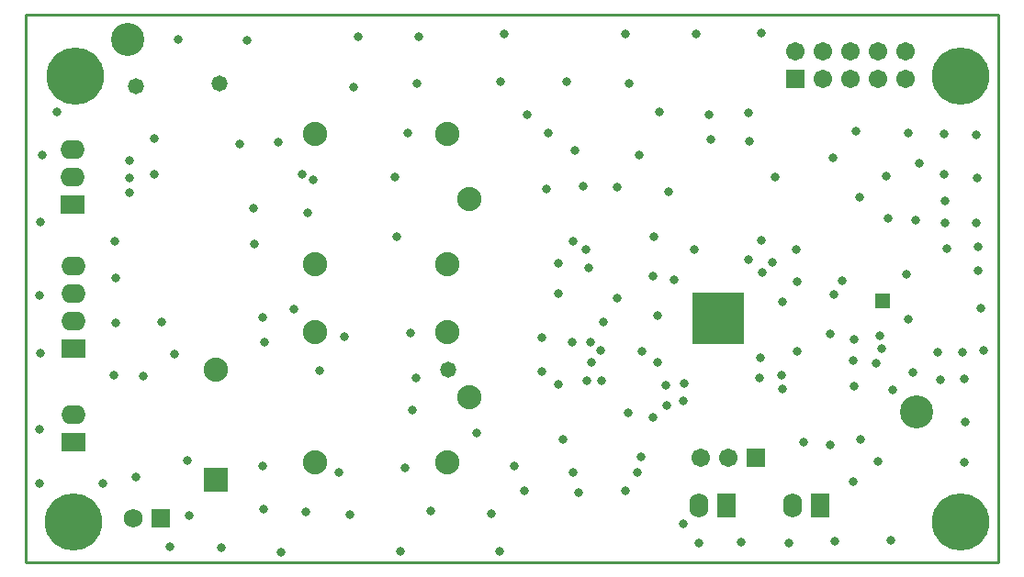
<source format=gbs>
%FSLAX25Y25*%
%MOIN*%
G70*
G01*
G75*
G04 Layer_Color=16711935*
%ADD10R,0.05500X0.07700*%
%ADD11R,0.04724X0.05512*%
%ADD12R,0.01400X0.04000*%
%ADD13R,0.05512X0.04724*%
%ADD14R,0.05906X0.04724*%
%ADD15R,0.02953X0.02362*%
%ADD16R,0.04000X0.03500*%
%ADD17R,0.03937X0.07087*%
%ADD18R,0.04724X0.03150*%
%ADD19R,0.02362X0.02953*%
%ADD20R,0.02362X0.07874*%
%ADD21R,0.05906X0.01969*%
%ADD22R,0.05906X0.02362*%
%ADD23R,0.05906X0.02480*%
%ADD24R,0.06000X0.07000*%
%ADD25R,0.07700X0.05500*%
%ADD26O,0.01180X0.05906*%
%ADD27O,0.05906X0.01180*%
%ADD28R,0.17716X0.17716*%
%ADD29R,0.01000X0.02600*%
%ADD30R,0.02600X0.01000*%
%ADD31R,0.08800X0.04200*%
%ADD32R,0.04000X0.04000*%
%ADD33C,0.01000*%
%ADD34C,0.04000*%
%ADD35C,0.08000*%
%ADD36C,0.02000*%
%ADD37C,0.01200*%
%ADD38C,0.08000*%
%ADD39R,0.08000X0.08000*%
%ADD40R,0.08000X0.06000*%
%ADD41O,0.08000X0.06000*%
%ADD42C,0.06000*%
%ADD43R,0.06000X0.06000*%
%ADD44R,0.05906X0.05906*%
%ADD45C,0.05906*%
%ADD46R,0.06000X0.08000*%
%ADD47O,0.06000X0.08000*%
%ADD48C,0.20000*%
%ADD49C,0.04000*%
%ADD50R,0.03000X0.03000*%
%ADD51R,0.05000X0.05000*%
%ADD52C,0.02500*%
%ADD53C,0.05000*%
%ADD54R,0.17700X0.17700*%
%ADD55C,0.00600*%
%ADD56C,0.00984*%
%ADD57C,0.00800*%
%ADD58C,0.00787*%
%ADD59C,0.00400*%
%ADD60R,0.06300X0.08500*%
%ADD61R,0.05524X0.06312*%
%ADD62R,0.02200X0.04800*%
%ADD63R,0.06312X0.05524*%
%ADD64R,0.06706X0.05524*%
%ADD65R,0.03753X0.03162*%
%ADD66R,0.04800X0.04300*%
%ADD67R,0.04737X0.07887*%
%ADD68R,0.05524X0.03950*%
%ADD69R,0.03162X0.03753*%
%ADD70R,0.03162X0.08674*%
%ADD71R,0.06706X0.02769*%
%ADD72R,0.06706X0.03162*%
%ADD73R,0.06706X0.03280*%
%ADD74R,0.06800X0.07800*%
%ADD75R,0.08500X0.06300*%
%ADD76O,0.01580X0.06306*%
%ADD77O,0.06306X0.01580*%
%ADD78R,0.01800X0.03400*%
%ADD79R,0.03400X0.01800*%
%ADD80R,0.09600X0.05000*%
%ADD81R,0.04800X0.04800*%
%ADD82C,0.08800*%
%ADD83R,0.08800X0.08800*%
%ADD84R,0.08800X0.06800*%
%ADD85O,0.08800X0.06800*%
%ADD86C,0.06800*%
%ADD87R,0.06800X0.06800*%
%ADD88R,0.06706X0.06706*%
%ADD89C,0.06706*%
%ADD90R,0.06800X0.08800*%
%ADD91O,0.06800X0.08800*%
%ADD92C,0.20800*%
%ADD93C,0.12000*%
%ADD94R,0.05800X0.05800*%
%ADD95C,0.03300*%
%ADD96C,0.05800*%
%ADD97R,0.18500X0.18500*%
D33*
X1000Y100D02*
Y198900D01*
X353900D01*
Y200D02*
Y198900D01*
Y200D02*
X354000Y100D01*
X1000D02*
X354000D01*
D50*
X254331Y94605D02*
D03*
X250331D02*
D03*
X258206Y82794D02*
D03*
X254331D02*
D03*
X246394D02*
D03*
X258206Y86700D02*
D03*
X254331D02*
D03*
X246394Y86731D02*
D03*
Y94605D02*
D03*
X258206D02*
D03*
X250331Y86700D02*
D03*
Y82794D02*
D03*
Y90668D02*
D03*
X246394D02*
D03*
X254331D02*
D03*
X258206D02*
D03*
D82*
X70000Y70000D02*
D03*
X154070Y36380D02*
D03*
Y83620D02*
D03*
X106050Y36380D02*
D03*
Y83620D02*
D03*
X161950Y60000D02*
D03*
X154070Y108380D02*
D03*
Y155620D02*
D03*
X106050Y108380D02*
D03*
Y155620D02*
D03*
X161950Y132000D02*
D03*
D83*
X70000Y30000D02*
D03*
D84*
X18000Y130000D02*
D03*
X18300Y77700D02*
D03*
Y43700D02*
D03*
D85*
X18000Y140000D02*
D03*
Y150000D02*
D03*
X18300Y107700D02*
D03*
Y97700D02*
D03*
Y87700D02*
D03*
Y53700D02*
D03*
D86*
X40000Y16000D02*
D03*
D87*
X50000D02*
D03*
D88*
X266000Y38000D02*
D03*
X280300Y175700D02*
D03*
D89*
X256000Y38000D02*
D03*
X246000D02*
D03*
X280300Y185700D02*
D03*
X290300Y175700D02*
D03*
Y185700D02*
D03*
X300300Y175700D02*
D03*
Y185700D02*
D03*
X310300Y175700D02*
D03*
Y185700D02*
D03*
X320300Y175700D02*
D03*
Y185700D02*
D03*
D90*
X289300Y20700D02*
D03*
X255300D02*
D03*
D91*
X279300D02*
D03*
X245300D02*
D03*
D92*
X340300Y176700D02*
D03*
X18300Y14700D02*
D03*
X19100Y176700D02*
D03*
X340300Y14700D02*
D03*
D93*
X38000Y190000D02*
D03*
X324300Y54700D02*
D03*
D94*
X312100Y94900D02*
D03*
D95*
X38700Y139500D02*
D03*
X38800Y134200D02*
D03*
X346500Y114500D02*
D03*
X335200Y114000D02*
D03*
X334700Y131300D02*
D03*
X325400Y144800D02*
D03*
X301700Y64100D02*
D03*
X294400Y97400D02*
D03*
X292900Y82800D02*
D03*
X309700Y72300D02*
D03*
X332000Y76200D02*
D03*
X323000Y69000D02*
D03*
X6000Y28600D02*
D03*
Y48400D02*
D03*
X6300Y75900D02*
D03*
X6000Y96900D02*
D03*
X6300Y123600D02*
D03*
X7100Y148000D02*
D03*
X54900Y75700D02*
D03*
X267300Y67100D02*
D03*
X53200Y5600D02*
D03*
X72000Y5300D02*
D03*
X12400Y163600D02*
D03*
X141200Y55200D02*
D03*
X87100Y34900D02*
D03*
X107600Y69600D02*
D03*
X43500Y67700D02*
D03*
X164500Y47100D02*
D03*
X103200Y126900D02*
D03*
X86900Y89000D02*
D03*
X114800Y32700D02*
D03*
X239600Y13800D02*
D03*
X47500Y154000D02*
D03*
X315100Y7800D02*
D03*
X294500Y7600D02*
D03*
X278100Y7100D02*
D03*
X260500Y7400D02*
D03*
X303700Y132700D02*
D03*
X223800Y147900D02*
D03*
X56400Y190100D02*
D03*
X347800Y92200D02*
D03*
X346600Y105800D02*
D03*
X78500Y151800D02*
D03*
X341500Y66600D02*
D03*
X301600Y80800D02*
D03*
X341900Y51100D02*
D03*
X315800Y62700D02*
D03*
X341700Y36200D02*
D03*
X301300Y73200D02*
D03*
X321400Y88400D02*
D03*
X324100Y124200D02*
D03*
X314100Y125100D02*
D03*
X332900Y66400D02*
D03*
X234300Y134600D02*
D03*
X345900Y123300D02*
D03*
X346200Y139700D02*
D03*
X321400Y156100D02*
D03*
X334300Y155600D02*
D03*
X313200Y140300D02*
D03*
X334300Y140800D02*
D03*
X341100Y76300D02*
D03*
X148100Y18700D02*
D03*
X142800Y67100D02*
D03*
X81300Y189600D02*
D03*
X139500Y155900D02*
D03*
X197200Y174600D02*
D03*
X92600Y152500D02*
D03*
X84100Y115700D02*
D03*
X33400Y116700D02*
D03*
X33000Y67800D02*
D03*
X50400Y87400D02*
D03*
X60200Y16800D02*
D03*
X304100Y44500D02*
D03*
X275400Y67900D02*
D03*
X283300Y43700D02*
D03*
X275500Y62900D02*
D03*
X228700Y104100D02*
D03*
X297300Y102200D02*
D03*
X275700Y94500D02*
D03*
X267900Y116800D02*
D03*
X263300Y110100D02*
D03*
X272100Y108900D02*
D03*
X268300Y105200D02*
D03*
X38600Y146100D02*
D03*
X173400Y174600D02*
D03*
X218500Y192000D02*
D03*
X267900Y192200D02*
D03*
X98400Y92100D02*
D03*
X244400Y192100D02*
D03*
X116600Y82000D02*
D03*
X142900Y174000D02*
D03*
X183000Y162500D02*
D03*
X190600Y155900D02*
D03*
X231000Y163600D02*
D03*
X174600Y191800D02*
D03*
X200300Y149600D02*
D03*
X263400Y163300D02*
D03*
X248900Y162600D02*
D03*
X249600Y153500D02*
D03*
X334700Y123200D02*
D03*
X215600Y136400D02*
D03*
X199800Y116500D02*
D03*
X199400Y79800D02*
D03*
X233500Y56800D02*
D03*
X233400Y64200D02*
D03*
X239600Y58700D02*
D03*
X240000Y64900D02*
D03*
X173000Y4100D02*
D03*
X118700Y17400D02*
D03*
X169900Y17700D02*
D03*
X143500Y190800D02*
D03*
X121700Y191000D02*
D03*
X119900Y172600D02*
D03*
X134900Y139800D02*
D03*
X236400Y102600D02*
D03*
X302200Y156600D02*
D03*
X345900Y155300D02*
D03*
X320600Y104700D02*
D03*
X348600Y76900D02*
D03*
X281100Y102000D02*
D03*
X280929Y76571D02*
D03*
X209900Y66100D02*
D03*
X206200Y72700D02*
D03*
X263600Y153000D02*
D03*
X310300Y36500D02*
D03*
X293000Y42600D02*
D03*
X245200Y7000D02*
D03*
X218700Y25900D02*
D03*
X201800Y25400D02*
D03*
X33500Y86800D02*
D03*
X33600Y103300D02*
D03*
X83600Y128600D02*
D03*
X29100Y28600D02*
D03*
X243800Y113700D02*
D03*
X224800Y76700D02*
D03*
X188300Y81700D02*
D03*
Y69200D02*
D03*
X194300Y64700D02*
D03*
X194300Y108700D02*
D03*
X194300Y97700D02*
D03*
X205896Y79796D02*
D03*
X280800Y113700D02*
D03*
X267800Y74200D02*
D03*
X230300Y89700D02*
D03*
X219800Y54200D02*
D03*
X230300Y72700D02*
D03*
X228800Y52700D02*
D03*
X209800Y76900D02*
D03*
X199600Y32500D02*
D03*
X223000Y32600D02*
D03*
X301300Y29300D02*
D03*
X272900Y140000D02*
D03*
X87500Y79800D02*
D03*
X41000Y31100D02*
D03*
X204500Y65900D02*
D03*
X229000Y118300D02*
D03*
X135800Y118200D02*
D03*
X140800Y83200D02*
D03*
X102600Y18200D02*
D03*
X138800Y34200D02*
D03*
X93500Y3700D02*
D03*
X205200Y107100D02*
D03*
X204200Y113500D02*
D03*
X137000Y3900D02*
D03*
X203200Y136600D02*
D03*
X196000Y44600D02*
D03*
X178300Y35100D02*
D03*
X224300Y38400D02*
D03*
X182100Y26100D02*
D03*
X189920Y135580D02*
D03*
X87300Y19200D02*
D03*
X59500Y36800D02*
D03*
X312900Y95700D02*
D03*
X311400Y94100D02*
D03*
X312900D02*
D03*
X311300Y95700D02*
D03*
X215638Y96062D02*
D03*
X311100Y82300D02*
D03*
X311800Y77700D02*
D03*
X210500Y87200D02*
D03*
X101200Y141100D02*
D03*
X105400Y138900D02*
D03*
X294100Y147000D02*
D03*
X47500Y141100D02*
D03*
X220100Y174000D02*
D03*
D96*
X71200D02*
D03*
X41100Y173100D02*
D03*
X154400Y70100D02*
D03*
D97*
X252400Y88700D02*
D03*
M02*

</source>
